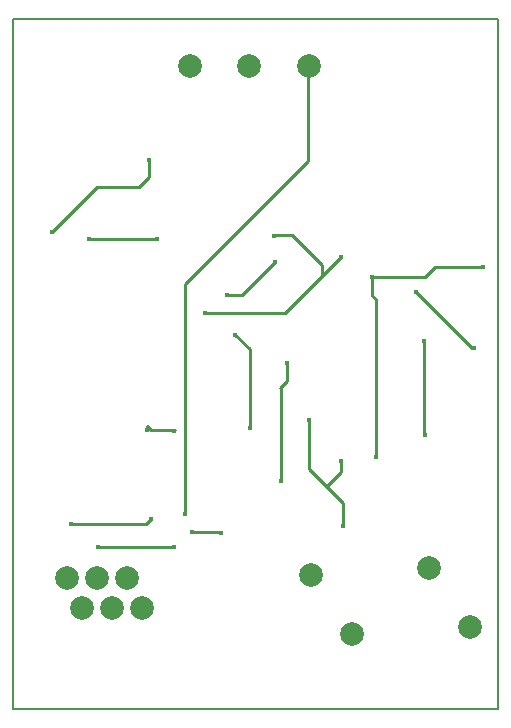
<source format=gbl>
%FSLAX44Y44*%
%MOMM*%
G71*
G01*
G75*
G04 Layer_Physical_Order=2*
G04 Layer_Color=16711680*
%ADD10R,0.8000X0.8000*%
%ADD11R,0.7000X0.8500*%
%ADD12R,1.0000X1.4000*%
%ADD13R,0.8000X0.8000*%
%ADD14R,6.6000X6.1000*%
%ADD15R,2.0000X1.0000*%
%ADD16R,1.4000X1.0000*%
%ADD17R,1.7000X1.5000*%
%ADD18R,1.5000X0.3000*%
%ADD19R,0.3000X1.5000*%
%ADD20R,1.2500X1.1000*%
%ADD21R,1.1000X1.2500*%
%ADD22R,5.5000X2.0000*%
%ADD23C,0.2540*%
%ADD24C,0.2000*%
%ADD25C,2.0000*%
%ADD26C,0.4000*%
D23*
X116666Y236618D02*
X136726D01*
X113124Y240160D02*
X116666Y236618D01*
X113124Y236570D02*
Y240160D01*
X265283Y189164D02*
X277302Y201182D01*
X347477Y233936D02*
Y312240D01*
X71616Y137754D02*
X135677D01*
X49098Y156781D02*
X111938D01*
X116825Y161668D01*
X32703Y403965D02*
X70743Y442004D01*
X106352D01*
X114903Y450555D01*
Y465392D01*
X64345Y398412D02*
X121760D01*
X151386Y150013D02*
X175086D01*
X279160Y155383D02*
Y174758D01*
X250491Y203428D02*
Y245130D01*
Y203428D02*
X279160Y174758D01*
X307089Y213751D02*
Y347044D01*
X303249Y350885D02*
X307089Y347044D01*
X303249Y350885D02*
Y366071D01*
X348105D01*
X356833Y374799D01*
X397858D01*
X162389Y335906D02*
X230070D01*
X180511Y351166D02*
X193911D01*
X221906Y379162D01*
X261352Y367187D02*
Y376132D01*
X236051Y401433D02*
X261352Y376132D01*
X230070Y335906D02*
X261352Y367187D01*
X220970Y401433D02*
X236051D01*
X261352Y367187D02*
X277580Y383415D01*
X388623Y305851D02*
X390412D01*
X341088Y353386D02*
X388623Y305851D01*
X187841Y317303D02*
X199953Y305191D01*
Y237960D02*
Y305191D01*
X231562Y278060D02*
Y293647D01*
X249822Y464580D02*
Y546613D01*
X145452Y165507D02*
Y360210D01*
X249822Y464580D01*
X225859Y272357D02*
X231562Y278060D01*
X225859Y272357D02*
X226472Y271744D01*
Y193506D02*
Y271744D01*
X277302Y201182D02*
Y210205D01*
X347477Y233936D02*
X348903Y232510D01*
D24*
X0Y0D02*
X410000D01*
X0D02*
Y585000D01*
X410000Y0D02*
Y585000D01*
X0D02*
X410000D01*
D25*
X96430Y111000D02*
D03*
X71030D02*
D03*
X45630D02*
D03*
X58330Y85600D02*
D03*
X83730D02*
D03*
X109130D02*
D03*
X250190Y544830D02*
D03*
X149860D02*
D03*
X199390D02*
D03*
X252129Y114262D02*
D03*
X287129Y64262D02*
D03*
X351947Y120133D02*
D03*
X386947Y70134D02*
D03*
D26*
X113124Y236570D02*
D03*
X277302Y210205D02*
D03*
X135677Y137754D02*
D03*
X71616D02*
D03*
X116825Y161668D02*
D03*
X49098Y156781D02*
D03*
X64338Y398419D02*
D03*
X121760Y398412D02*
D03*
X32703Y403965D02*
D03*
X114903Y465392D02*
D03*
X175825Y149274D02*
D03*
X151386Y150013D02*
D03*
X145452Y165507D02*
D03*
X250491Y245130D02*
D03*
X279160Y155383D02*
D03*
X303249Y366071D02*
D03*
X397858Y374799D02*
D03*
X307089Y213751D02*
D03*
X221906Y379162D02*
D03*
X162389Y335906D02*
D03*
X180511Y351166D02*
D03*
X277708Y383288D02*
D03*
X220970Y401175D02*
D03*
X341088Y353386D02*
D03*
X390412Y305851D02*
D03*
X347477Y312240D02*
D03*
X231562Y293647D02*
D03*
X199953Y237960D02*
D03*
X187841Y317303D02*
D03*
X136095Y235986D02*
D03*
X226472Y193506D02*
D03*
X348903Y232510D02*
D03*
M02*

</source>
